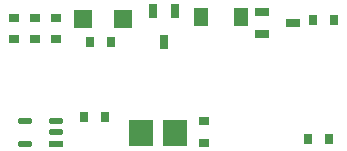
<source format=gtp>
%FSTAX24Y24*%
%MOIN*%
G70*
G01*
G75*
G04 Layer_Color=8421504*
%ADD10R,0.0807X0.0886*%
%ADD11R,0.0492X0.0630*%
%ADD12R,0.0315X0.0374*%
%ADD13R,0.0374X0.0315*%
%ADD14R,0.0472X0.0256*%
%ADD15R,0.0256X0.0472*%
%ADD16R,0.0630X0.0630*%
%ADD17O,0.0472X0.0217*%
%ADD18R,0.0472X0.0217*%
%ADD19C,0.0100*%
%ADD20R,0.0591X0.0591*%
%ADD21C,0.0591*%
%ADD22C,0.0472*%
%ADD23C,0.0551*%
%ADD24C,0.1575*%
%ADD25C,0.0709*%
%ADD26C,0.0320*%
%ADD27O,0.0236X0.1204*%
%ADD28O,0.0236X0.1200*%
%ADD29R,0.0236X0.1200*%
%ADD30C,0.0197*%
%ADD31C,0.0080*%
%ADD32C,0.0039*%
%ADD33C,0.0079*%
%ADD34C,0.0004*%
D10*
X24281Y142056D02*
D03*
X241688D02*
D03*
D11*
X245034Y145944D02*
D03*
X243676D02*
D03*
D12*
X247239Y14185D02*
D03*
X247948D02*
D03*
X247426Y145816D02*
D03*
X248135D02*
D03*
X24068Y145096D02*
D03*
X239972D02*
D03*
X239792Y142606D02*
D03*
X2405D02*
D03*
D13*
X243774Y141741D02*
D03*
Y14245D02*
D03*
X23885Y145904D02*
D03*
Y145196D02*
D03*
X23815Y145904D02*
D03*
Y145196D02*
D03*
X23745Y145904D02*
D03*
Y145196D02*
D03*
D14*
X245714Y145352D02*
D03*
Y1461D02*
D03*
X246758Y145726D02*
D03*
D15*
X242082Y146132D02*
D03*
X24283D02*
D03*
X242456Y145087D02*
D03*
D16*
X239749Y145847D02*
D03*
X241087D02*
D03*
D17*
X238844Y14246D02*
D03*
Y142086D02*
D03*
X23781Y14246D02*
D03*
Y141712D02*
D03*
D18*
X238844Y141712D02*
D03*
M02*

</source>
